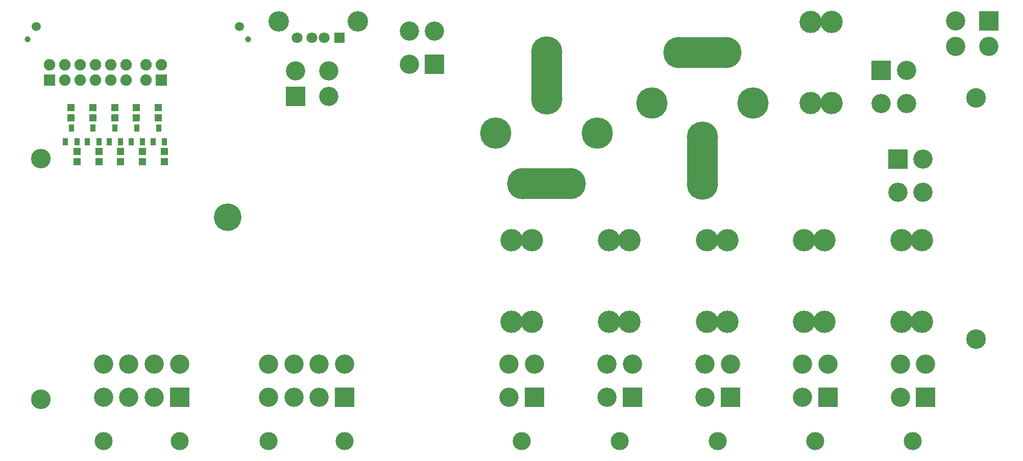
<source format=gbs>
G04 DipTrace 3.0.0.2*
G04 Power_Board.GBS*
%MOIN*%
G04 #@! TF.FileFunction,Soldermask,Bot*
G04 #@! TF.Part,Single*
%ADD28C,0.125984*%
%ADD47C,0.11811*%
%ADD48C,0.059055*%
%ADD49C,0.03937*%
%ADD50C,0.18*%
%ADD51C,0.128346*%
%ADD69R,0.047244X0.051181*%
%ADD71R,0.033465X0.049213*%
%ADD73C,0.145669*%
%ADD83R,0.314961X0.204724*%
%ADD85R,0.204724X0.314961*%
%ADD87C,0.204724*%
%ADD89C,0.133858*%
%ADD90C,0.070866*%
%ADD92R,0.070866X0.070866*%
%ADD96C,0.074803*%
%ADD98R,0.074803X0.074803*%
%ADD101R,0.125984X0.125984*%
%FSLAX26Y26*%
G04*
G70*
G90*
G75*
G01*
G04 BotMask*
%LPD*%
D101*
X3813976Y802165D3*
D28*
X3648622D3*
Y1018701D3*
X3813976D3*
D47*
X3731299Y514764D3*
D101*
X4453740Y802165D3*
D28*
X4288386D3*
Y1018701D3*
X4453740D3*
D47*
X4371063Y514764D3*
D101*
X5093504Y802165D3*
D28*
X4928150D3*
Y1018701D3*
X5093504D3*
D47*
X5010827Y514764D3*
D101*
X5730610Y802165D3*
D28*
X5565256D3*
Y1018701D3*
X5730610D3*
D47*
X5647933Y514764D3*
D101*
X6368110Y802165D3*
D28*
X6202756D3*
Y1018701D3*
X6368110D3*
D47*
X6285433Y514764D3*
D101*
X6077756Y2937992D3*
D28*
X6243110D3*
Y2721457D3*
X6077756D3*
D101*
X3162402Y2977362D3*
D28*
X2997047D3*
Y3193898D3*
X3162402D3*
D101*
X6781496Y3260827D3*
D28*
Y3095472D3*
X6564961D3*
Y3260827D3*
D101*
X2253937Y2767717D3*
D28*
Y2933071D3*
X2470472D3*
Y2767717D3*
D101*
X6186024Y2357283D3*
D28*
X6351378D3*
Y2140748D3*
X6186024D3*
D101*
X1496063Y802165D3*
D28*
X1330709D3*
X1165354D3*
X1000000D3*
Y1018701D3*
X1165354D3*
X1330709D3*
X1496063D3*
D47*
X1000000Y514764D3*
X1496063D3*
D101*
X2573819Y802165D3*
D28*
X2408465D3*
X2243110D3*
X2077756D3*
Y1018701D3*
X2243110D3*
X2408465D3*
X2573819D3*
D47*
X2077756Y514764D3*
X2573819D3*
D98*
X646654Y2872441D3*
D96*
Y2972441D3*
X746654Y2872441D3*
Y2972441D3*
X846654Y2872441D3*
Y2972441D3*
X946654Y2872441D3*
Y2972441D3*
X1046654Y2872441D3*
Y2972441D3*
X1146654Y2872441D3*
Y2972441D3*
D98*
X1377953Y2874016D3*
D96*
Y2974016D3*
X1277953Y2874016D3*
Y2974016D3*
D48*
X1887844Y3222424D3*
X561072D3*
D49*
X503001Y3139747D3*
X1945915D3*
D50*
X1811827Y1977526D3*
D92*
X2539370Y3149606D3*
D90*
X2440945D3*
X2362205D3*
X2263780D3*
D89*
X2660236Y3255906D3*
X2142913D3*
D87*
X3892717Y3056102D3*
D85*
Y2902559D3*
D87*
Y2749016D3*
X4223425Y2528543D3*
X3562008D3*
D83*
X3892717Y2197835D3*
D87*
X3739173D3*
X4046260D3*
D73*
X3799213Y1825787D3*
X3665354Y1295472D3*
Y1825787D3*
X3799213Y1295472D3*
X4434055Y1825787D3*
X4300197Y1295472D3*
Y1825787D3*
X4434055Y1295472D3*
X5073819Y1825787D3*
X4939961Y1295472D3*
Y1825787D3*
X5073819Y1295472D3*
X5708661Y1825787D3*
X5574803Y1295472D3*
Y1825787D3*
X5708661Y1295472D3*
X6343504Y1825787D3*
X6209646Y1295472D3*
Y1825787D3*
X6343504Y1295472D3*
X5752953Y3252953D3*
X5619094Y2722638D3*
Y3252953D3*
X5752953Y2722638D3*
D71*
X1397638Y2470472D3*
X1322835D3*
X1360236Y2561024D3*
D69*
X1397638Y2406496D3*
Y2339567D3*
X1358268Y2627953D3*
Y2694882D3*
D71*
X1254921Y2470472D3*
X1180118D3*
X1217520Y2561024D3*
D69*
X1254921Y2406496D3*
Y2339567D3*
X1215551Y2627953D3*
Y2694882D3*
D71*
X1112205Y2470472D3*
X1037402D3*
X1074803Y2561024D3*
D69*
X1112205Y2406496D3*
Y2339567D3*
X1072835Y2627953D3*
Y2694882D3*
D71*
X969488Y2470472D3*
X894685D3*
X932087Y2561024D3*
D69*
X969488Y2406496D3*
Y2339567D3*
X930118Y2627953D3*
Y2694882D3*
D71*
X826772Y2470472D3*
X751969D3*
X789370Y2561024D3*
D69*
X826772Y2406496D3*
Y2339567D3*
X787402Y2627953D3*
Y2694882D3*
D87*
X4911417Y2194882D3*
D85*
Y2348425D3*
D87*
Y2501969D3*
X4580709Y2722441D3*
X5242126D3*
D83*
X4911417Y3053150D3*
D87*
X5064961D3*
X4757874D3*
D51*
X6696850Y2755906D3*
Y1181102D3*
X590551Y787402D3*
Y2362205D3*
M02*

</source>
